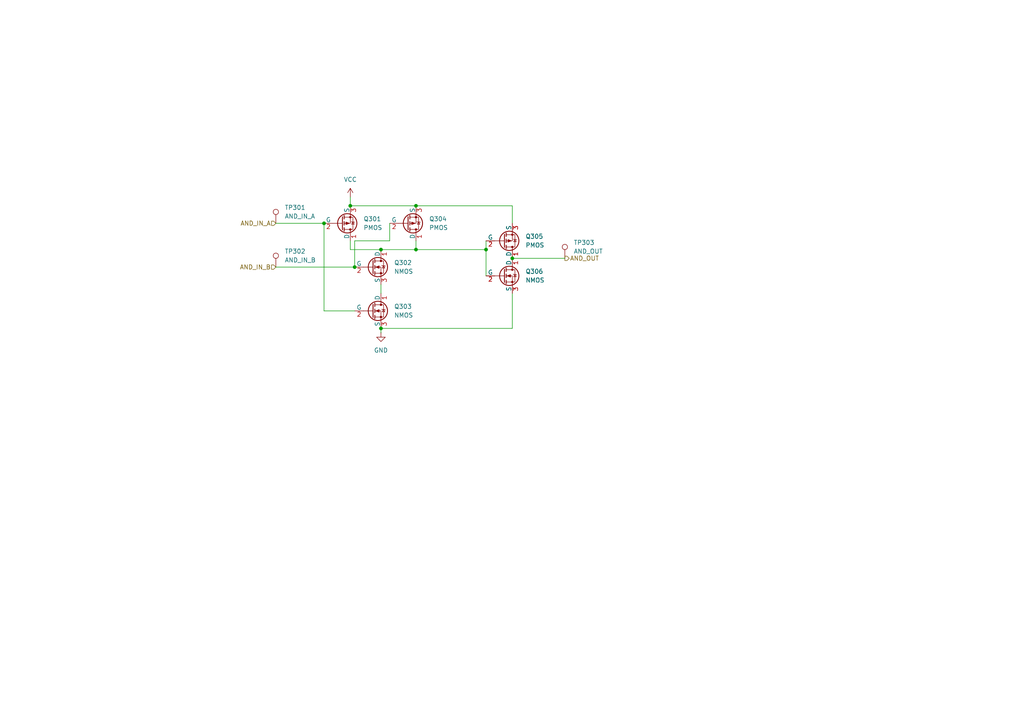
<source format=kicad_sch>
(kicad_sch (version 20250114) (generator "eeschema") (generator_version "9.0")
  (paper "A4")
  (lib_symbols
    (symbol "Connector:TestPoint" (pin_numbers (hide yes)) (pin_names (offset 0.762) (hide yes))
      (property "Reference" "TP" (at 0 6.858 0))
      (property "Value" "TestPoint" (at 0 5.08 0))
      (symbol "TestPoint_0_1"
        (circle (center 0 3.302) (radius 0.762))
      )
      (symbol "TestPoint_1_1"
        (pin passive line (at 0 0 90) (length 2.54) (name "1") (number "1"))
      )
    )
    (symbol "Simulation_SPICE:NMOS" (pin_names (offset 0))
      (property "Reference" "Q" (at 5.08 1.27 0))
      (property "Value" "NMOS" (at 5.08 -1.27 0))
      (symbol "NMOS_0_1"
        (polyline (pts (xy 0.254 1.905) (xy 0.254 -1.905)) (stroke (width 0.254)))
        (polyline (pts (xy 0.254 0) (xy -2.54 0)))
        (polyline (pts (xy 0.762 2.286) (xy 0.762 1.27)) (stroke (width 0.254)))
        (polyline (pts (xy 0.762 0.508) (xy 0.762 -0.508)) (stroke (width 0.254)))
        (polyline (pts (xy 0.762 -1.27) (xy 0.762 -2.286)) (stroke (width 0.254)))
        (polyline (pts (xy 0.762 -1.778) (xy 3.302 -1.778) (xy 3.302 1.778) (xy 0.762 1.778)))
        (polyline (pts (xy 1.016 0) (xy 2.032 0.381) (xy 2.032 -0.381) (xy 1.016 0)) (fill (type outline)))
        (circle (center 1.651 0) (radius 2.794) (stroke (width 0.254)))
        (polyline (pts (xy 2.54 2.54) (xy 2.54 1.778)))
        (circle (center 2.54 1.778) (radius 0.254) (fill (type outline)))
        (circle (center 2.54 -1.778) (radius 0.254) (fill (type outline)))
        (polyline (pts (xy 2.54 -2.54) (xy 2.54 0) (xy 0.762 0)))
        (polyline (pts (xy 2.794 0.508) (xy 2.921 0.381) (xy 3.683 0.381) (xy 3.81 0.254)))
        (polyline (pts (xy 3.302 0.381) (xy 2.921 -0.254) (xy 3.683 -0.254) (xy 3.302 0.381)))
      )
      (symbol "NMOS_1_1"
        (pin input line (at -5.08 0 0) (length 2.54) (name "G") (number "2"))
        (pin passive line (at 2.54 5.08 270) (length 2.54) (name "D") (number "1"))
        (pin passive line (at 2.54 -5.08 90) (length 2.54) (name "S") (number "3"))
      )
    )
    (symbol "Simulation_SPICE:PMOS" (pin_names (offset 0))
      (property "Reference" "Q" (at 5.08 1.27 0))
      (property "Value" "PMOS" (at 5.08 -1.27 0))
      (symbol "PMOS_0_1"
        (polyline (pts (xy 0.254 1.905) (xy 0.254 -1.905)) (stroke (width 0.254)))
        (polyline (pts (xy 0.254 0) (xy -2.54 0)))
        (polyline (pts (xy 0.762 2.286) (xy 0.762 1.27)) (stroke (width 0.254)))
        (polyline (pts (xy 0.762 1.778) (xy 3.302 1.778) (xy 3.302 -1.778) (xy 0.762 -1.778)))
        (polyline (pts (xy 0.762 0.508) (xy 0.762 -0.508)) (stroke (width 0.254)))
        (polyline (pts (xy 0.762 -1.27) (xy 0.762 -2.286)) (stroke (width 0.254)))
        (circle (center 1.651 0) (radius 2.794) (stroke (width 0.254)))
        (polyline (pts (xy 2.286 0) (xy 1.27 0.381) (xy 1.27 -0.381) (xy 2.286 0)) (fill (type outline)))
        (polyline (pts (xy 2.54 2.54) (xy 2.54 1.778)))
        (circle (center 2.54 1.778) (radius 0.254) (fill (type outline)))
        (circle (center 2.54 -1.778) (radius 0.254) (fill (type outline)))
        (polyline (pts (xy 2.54 -2.54) (xy 2.54 0) (xy 0.762 0)))
        (polyline (pts (xy 2.794 -0.508) (xy 2.921 -0.381) (xy 3.683 -0.381) (xy 3.81 -0.254)))
        (polyline (pts (xy 3.302 -0.381) (xy 2.921 0.254) (xy 3.683 0.254) (xy 3.302 -0.381)))
      )
      (symbol "PMOS_1_1"
        (pin input line (at -5.08 0 0) (length 2.54) (name "G") (number "2"))
        (pin passive line (at 2.54 5.08 270) (length 2.54) (name "D") (number "1"))
        (pin passive line (at 2.54 -5.08 90) (length 2.54) (name "S") (number "3"))
      )
    )
    (symbol "power:GND" (power) (pin_numbers (hide yes)) (pin_names (offset 0) (hide yes))
      (property "Value" "GND" (at 0 -3.81 0))
      (symbol "GND_0_1"
        (polyline (pts (xy 0 0) (xy 0 -1.27) (xy 1.27 -1.27) (xy 0 -2.54) (xy -1.27 -1.27) (xy 0 -1.27)))
      )
      (symbol "GND_1_1"
        (pin power_in line (at 0 0 270) (length 0) (name "~") (number "1"))
      )
    )
    (symbol "power:VCC" (power) (pin_numbers (hide yes)) (pin_names (offset 0) (hide yes))
      (property "Value" "VCC" (at 0 3.556 0))
      (symbol "VCC_0_1"
        (polyline (pts (xy -0.762 1.27) (xy 0 2.54)))
        (polyline (pts (xy 0 2.54) (xy 0.762 1.27)))
        (polyline (pts (xy 0 0) (xy 0 2.54)))
      )
      (symbol "VCC_1_1"
        (pin power_in line (at 0 0 90) (length 0) (name "~") (number "1"))
      )
    )
  )
  (junction (at 140.97 72.39))
  (junction (at 110.49 95.25))
  (junction (at 93.98 64.77))
  (junction (at 120.65 59.69))
  (junction (at 120.65 72.39))
  (junction (at 101.6 59.69))
  (junction (at 148.59 74.93))
  (junction (at 102.87 77.47))
  (junction (at 110.49 72.39))
  (wire (pts (xy 93.98 64.77) (xy 93.98 90.17)))
  (wire (pts (xy 101.6 57.15) (xy 101.6 59.69)))
  (wire (pts (xy 93.98 90.17) (xy 102.87 90.17)))
  (wire (pts (xy 80.01 64.77) (xy 93.98 64.77)))
  (wire (pts (xy 101.6 69.85) (xy 101.6 72.39)))
  (wire (pts (xy 148.59 95.25) (xy 148.59 85.09)))
  (wire (pts (xy 110.49 96.52) (xy 110.49 95.25)))
  (wire (pts (xy 140.97 69.85) (xy 140.97 72.39)))
  (wire (pts (xy 120.65 69.85) (xy 120.65 72.39)))
  (wire (pts (xy 140.97 72.39) (xy 140.97 80.01)))
  (wire (pts (xy 101.6 59.69) (xy 120.65 59.69)))
  (wire (pts (xy 113.03 64.77) (xy 113.03 69.85)))
  (wire (pts (xy 110.49 95.25) (xy 148.59 95.25)))
  (wire (pts (xy 120.65 72.39) (xy 140.97 72.39)))
  (wire (pts (xy 120.65 59.69) (xy 148.59 59.69)))
  (wire (pts (xy 101.6 72.39) (xy 110.49 72.39)))
  (wire (pts (xy 80.01 77.47) (xy 102.87 77.47)))
  (wire (pts (xy 110.49 82.55) (xy 110.49 85.09)))
  (wire (pts (xy 102.87 69.85) (xy 113.03 69.85)))
  (wire (pts (xy 148.59 59.69) (xy 148.59 64.77)))
  (wire (pts (xy 102.87 77.47) (xy 102.87 69.85)))
  (wire (pts (xy 148.59 74.93) (xy 163.83 74.93)))
  (wire (pts (xy 110.49 72.39) (xy 120.65 72.39)))
  (hierarchical_label "AND_IN_A" (shape input) (at 80.01 64.77 180))
  (hierarchical_label "AND_IN_B" (shape input) (at 80.01 77.47 180))
  (hierarchical_label "AND_OUT" (shape output) (at 163.83 74.93 0))
  (symbol (lib_id "Connector:TestPoint") (at 80.01 77.47 0) (unit 1) (exclude_from_sim yes)
    (property "Reference" "TP302" (at 82.55 72.8979 0) (effects (justify left)))
    (property "Value" "AND_IN_B" (at 82.55 75.4379 0) (effects (justify left)))
    (property "Footprint" "TestPoint:TestPoint_Pad_D2.0mm" (effects (hide yes)))
    (property "Description" "test point" (effects (hide yes)))
    (instances (project "8-bit-and" (path "" (reference "TP302") (unit 1)) (path "" (reference "TP?") (unit 1)) (path "" (reference "TP602") (unit 1)) (path "" (reference "TP402") (unit 1)) (path "" (reference "TP902") (unit 1)) (path "" (reference "TP802") (unit 1)) (path "" (reference "TP702") (unit 1)) (path "" (reference "TP502") (unit 1))) (project "8-bit-and" (path "" (reference "TP302") (unit 1)) (path "" (reference "TP302") (unit 1)) (path "" (reference "TP302") (unit 1)) (path "" (reference "TP302") (unit 1)) (path "" (reference "TP302") (unit 1)) (path "" (reference "TP302") (unit 1)) (path "" (reference "TP302") (unit 1)) (path "" (reference "TP302") (unit 1)) (path "" (reference "TP302") (unit 1)) (path "" (reference "TP302") (unit 1)) (path "" (reference "TP302") (unit 1)) (path "" (reference "TP302") (unit 1)) (path "" (reference "TP302") (unit 1)) (path "" (reference "TP302") (unit 1)) (path "" (reference "TP302") (unit 1)) (path "" (reference "TP302") (unit 1)) (path "" (reference "TP302") (unit 1)) (path "" (reference "TP302") (unit 1)) (path "" (reference "TP302") (unit 1)) (path "" (reference "TP302") (unit 1)) (path "" (reference "TP302") (unit 1)) (path "" (reference "TP302") (unit 1)) (path "" (reference "TP302") (unit 1)) (path "" (reference "TP302") (unit 1))) (project "8-bit-full-adder" (path "" (reference "TP?") (unit 1)) (path "" (reference "TP?") (unit 1)) (path "" (reference "TP?") (unit 1)) (path "" (reference "TP?") (unit 1)) (path "" (reference "TP?") (unit 1)) (path "" (reference "TP?") (unit 1)) (path "" (reference "TP?") (unit 1)) (path "" (reference "TP?") (unit 1)) (path "" (reference "TP?") (unit 1)) (path "" (reference "TP?") (unit 1)) (path "" (reference "TP?") (unit 1)) (path "" (reference "TP?") (unit 1)) (path "" (reference "TP?") (unit 1)) (path "" (reference "TP?") (unit 1)) (path "" (reference "TP?") (unit 1)) (path "" (reference "TP?") (unit 1))))
  )
  (symbol (lib_id "Simulation_SPICE:NMOS") (at 107.95 90.17 0) (unit 1)
    (property "Reference" "Q303" (at 114.3 88.8999 0) (effects (justify left)))
    (property "Value" "NMOS" (at 114.3 91.4399 0) (effects (justify left)))
    (property "Footprint" "Package_TO_SOT_THT:TO-92_Inline_Wide" (effects (hide yes)))
    (property "Datasheet" "https://ngspice.sourceforge.io/docs/ngspice-html-manual/manual.xhtml#cha_MOSFETs" (effects (hide yes)))
    (property "Description" "N-MOSFET transistor, drain/source/gate" (effects (hide yes)))
    (property "Sim.Device" "NMOS" (effects (hide yes)))
    (property "Sim.Type" "MOS1" (effects (hide yes)))
    (property "Sim.Pins" "1=D 2=G 3=S" (effects (hide yes)))
    (instances (project "8-bit-and" (path "" (reference "Q303") (unit 1)) (path "" (reference "Q?") (unit 1)) (path "" (reference "Q603") (unit 1)) (path "" (reference "Q403") (unit 1)) (path "" (reference "Q903") (unit 1)) (path "" (reference "Q803") (unit 1)) (path "" (reference "Q703") (unit 1)) (path "" (reference "Q503") (unit 1))) (project "8-bit-and" (path "" (reference "Q303") (unit 1)) (path "" (reference "Q303") (unit 1)) (path "" (reference "Q303") (unit 1)) (path "" (reference "Q303") (unit 1)) (path "" (reference "Q303") (unit 1)) (path "" (reference "Q303") (unit 1)) (path "" (reference "Q303") (unit 1)) (path "" (reference "Q303") (unit 1)) (path "" (reference "Q303") (unit 1)) (path "" (reference "Q303") (unit 1)) (path "" (reference "Q303") (unit 1)) (path "" (reference "Q303") (unit 1)) (path "" (reference "Q303") (unit 1)) (path "" (reference "Q303") (unit 1)) (path "" (reference "Q303") (unit 1)) (path "" (reference "Q303") (unit 1)) (path "" (reference "Q303") (unit 1)) (path "" (reference "Q303") (unit 1)) (path "" (reference "Q303") (unit 1)) (path "" (reference "Q303") (unit 1)) (path "" (reference "Q303") (unit 1)) (path "" (reference "Q303") (unit 1)) (path "" (reference "Q303") (unit 1)) (path "" (reference "Q303") (unit 1))) (project "8-bit-full-adder" (path "" (reference "Q?") (unit 1)) (path "" (reference "Q?") (unit 1)) (path "" (reference "Q?") (unit 1)) (path "" (reference "Q?") (unit 1)) (path "" (reference "Q?") (unit 1)) (path "" (reference "Q?") (unit 1)) (path "" (reference "Q?") (unit 1)) (path "" (reference "Q?") (unit 1)) (path "" (reference "Q?") (unit 1)) (path "" (reference "Q?") (unit 1)) (path "" (reference "Q?") (unit 1)) (path "" (reference "Q?") (unit 1)) (path "" (reference "Q?") (unit 1)) (path "" (reference "Q?") (unit 1)) (path "" (reference "Q?") (unit 1)) (path "" (reference "Q?") (unit 1))))
  )
  (symbol (lib_id "Connector:TestPoint") (at 163.83 74.93 0) (unit 1) (exclude_from_sim yes)
    (property "Reference" "TP303" (at 166.37 70.3579 0) (effects (justify left)))
    (property "Value" "AND_OUT" (at 166.37 72.8979 0) (effects (justify left)))
    (property "Footprint" "TestPoint:TestPoint_Pad_D2.0mm" (effects (hide yes)))
    (property "Description" "test point" (effects (hide yes)))
    (instances (project "8-bit-and" (path "" (reference "TP303") (unit 1)) (path "" (reference "TP?") (unit 1)) (path "" (reference "TP603") (unit 1)) (path "" (reference "TP403") (unit 1)) (path "" (reference "TP903") (unit 1)) (path "" (reference "TP803") (unit 1)) (path "" (reference "TP703") (unit 1)) (path "" (reference "TP503") (unit 1))) (project "8-bit-and" (path "" (reference "TP303") (unit 1)) (path "" (reference "TP303") (unit 1)) (path "" (reference "TP303") (unit 1)) (path "" (reference "TP303") (unit 1)) (path "" (reference "TP303") (unit 1)) (path "" (reference "TP303") (unit 1)) (path "" (reference "TP303") (unit 1)) (path "" (reference "TP303") (unit 1)) (path "" (reference "TP303") (unit 1)) (path "" (reference "TP303") (unit 1)) (path "" (reference "TP303") (unit 1)) (path "" (reference "TP303") (unit 1)) (path "" (reference "TP303") (unit 1)) (path "" (reference "TP303") (unit 1)) (path "" (reference "TP303") (unit 1)) (path "" (reference "TP303") (unit 1)) (path "" (reference "TP303") (unit 1)) (path "" (reference "TP303") (unit 1)) (path "" (reference "TP303") (unit 1)) (path "" (reference "TP303") (unit 1)) (path "" (reference "TP303") (unit 1)) (path "" (reference "TP303") (unit 1)) (path "" (reference "TP303") (unit 1)) (path "" (reference "TP303") (unit 1))) (project "8-bit-full-adder" (path "" (reference "TP?") (unit 1)) (path "" (reference "TP?") (unit 1)) (path "" (reference "TP?") (unit 1)) (path "" (reference "TP?") (unit 1)) (path "" (reference "TP?") (unit 1)) (path "" (reference "TP?") (unit 1)) (path "" (reference "TP?") (unit 1)) (path "" (reference "TP?") (unit 1)) (path "" (reference "TP?") (unit 1)) (path "" (reference "TP?") (unit 1)) (path "" (reference "TP?") (unit 1)) (path "" (reference "TP?") (unit 1)) (path "" (reference "TP?") (unit 1)) (path "" (reference "TP?") (unit 1)) (path "" (reference "TP?") (unit 1)) (path "" (reference "TP?") (unit 1))))
  )
  (symbol (lib_id "power:VCC") (at 101.6 57.15 0) (unit 1)
    (property "Reference" "#PWR0301" (effects (hide yes)))
    (property "Value" "VCC" (at 101.6 52.07 0))
    (property "Description" "Power symbol creates a global label with name \"VCC\"" (effects (hide yes)))
    (instances (project "8-bit-and" (path "" (reference "#PWR0301") (unit 1)) (path "" (reference "#PWR?") (unit 1)) (path "" (reference "#PWR0601") (unit 1)) (path "" (reference "#PWR0401") (unit 1)) (path "" (reference "#PWR0901") (unit 1)) (path "" (reference "#PWR0801") (unit 1)) (path "" (reference "#PWR0701") (unit 1)) (path "" (reference "#PWR0501") (unit 1))) (project "8-bit-and" (path "" (reference "#PWR0301") (unit 1)) (path "" (reference "#PWR0301") (unit 1)) (path "" (reference "#PWR0301") (unit 1)) (path "" (reference "#PWR0301") (unit 1)) (path "" (reference "#PWR0301") (unit 1)) (path "" (reference "#PWR0301") (unit 1)) (path "" (reference "#PWR0301") (unit 1)) (path "" (reference "#PWR0301") (unit 1)) (path "" (reference "#PWR0301") (unit 1)) (path "" (reference "#PWR0301") (unit 1)) (path "" (reference "#PWR0301") (unit 1)) (path "" (reference "#PWR0301") (unit 1)) (path "" (reference "#PWR0301") (unit 1)) (path "" (reference "#PWR0301") (unit 1)) (path "" (reference "#PWR0301") (unit 1)) (path "" (reference "#PWR0301") (unit 1)) (path "" (reference "#PWR0301") (unit 1)) (path "" (reference "#PWR0301") (unit 1)) (path "" (reference "#PWR0301") (unit 1)) (path "" (reference "#PWR0301") (unit 1)) (path "" (reference "#PWR0301") (unit 1)) (path "" (reference "#PWR0301") (unit 1)) (path "" (reference "#PWR0301") (unit 1)) (path "" (reference "#PWR0301") (unit 1))) (project "8-bit-full-adder" (path "" (reference "#PWR?") (unit 1)) (path "" (reference "#PWR?") (unit 1)) (path "" (reference "#PWR?") (unit 1)) (path "" (reference "#PWR?") (unit 1)) (path "" (reference "#PWR?") (unit 1)) (path "" (reference "#PWR?") (unit 1)) (path "" (reference "#PWR?") (unit 1)) (path "" (reference "#PWR?") (unit 1)) (path "" (reference "#PWR?") (unit 1)) (path "" (reference "#PWR?") (unit 1)) (path "" (reference "#PWR?") (unit 1)) (path "" (reference "#PWR?") (unit 1)) (path "" (reference "#PWR?") (unit 1)) (path "" (reference "#PWR?") (unit 1)) (path "" (reference "#PWR?") (unit 1)) (path "" (reference "#PWR?") (unit 1))))
  )
  (symbol (lib_id "Simulation_SPICE:NMOS") (at 146.05 80.01 0) (unit 1)
    (property "Reference" "Q306" (at 152.4 78.7399 0) (effects (justify left)))
    (property "Value" "NMOS" (at 152.4 81.2799 0) (effects (justify left)))
    (property "Footprint" "Package_TO_SOT_THT:TO-92_Inline_Wide" (effects (hide yes)))
    (property "Datasheet" "https://ngspice.sourceforge.io/docs/ngspice-html-manual/manual.xhtml#cha_MOSFETs" (effects (hide yes)))
    (property "Description" "N-MOSFET transistor, drain/source/gate" (effects (hide yes)))
    (property "Sim.Device" "NMOS" (effects (hide yes)))
    (property "Sim.Type" "MOS1" (effects (hide yes)))
    (property "Sim.Pins" "1=D 2=G 3=S" (effects (hide yes)))
    (instances (project "8-bit-and" (path "" (reference "Q306") (unit 1)) (path "" (reference "Q?") (unit 1)) (path "" (reference "Q606") (unit 1)) (path "" (reference "Q406") (unit 1)) (path "" (reference "Q906") (unit 1)) (path "" (reference "Q806") (unit 1)) (path "" (reference "Q706") (unit 1)) (path "" (reference "Q506") (unit 1))) (project "8-bit-and" (path "" (reference "Q306") (unit 1)) (path "" (reference "Q306") (unit 1)) (path "" (reference "Q306") (unit 1)) (path "" (reference "Q306") (unit 1)) (path "" (reference "Q306") (unit 1)) (path "" (reference "Q306") (unit 1)) (path "" (reference "Q306") (unit 1)) (path "" (reference "Q306") (unit 1)) (path "" (reference "Q306") (unit 1)) (path "" (reference "Q306") (unit 1)) (path "" (reference "Q306") (unit 1)) (path "" (reference "Q306") (unit 1)) (path "" (reference "Q306") (unit 1)) (path "" (reference "Q306") (unit 1)) (path "" (reference "Q306") (unit 1)) (path "" (reference "Q306") (unit 1)) (path "" (reference "Q306") (unit 1)) (path "" (reference "Q306") (unit 1)) (path "" (reference "Q306") (unit 1)) (path "" (reference "Q306") (unit 1)) (path "" (reference "Q306") (unit 1)) (path "" (reference "Q306") (unit 1)) (path "" (reference "Q306") (unit 1)) (path "" (reference "Q306") (unit 1))) (project "8-bit-full-adder" (path "" (reference "Q?") (unit 1)) (path "" (reference "Q?") (unit 1)) (path "" (reference "Q?") (unit 1)) (path "" (reference "Q?") (unit 1)) (path "" (reference "Q?") (unit 1)) (path "" (reference "Q?") (unit 1)) (path "" (reference "Q?") (unit 1)) (path "" (reference "Q?") (unit 1)) (path "" (reference "Q?") (unit 1)) (path "" (reference "Q?") (unit 1)) (path "" (reference "Q?") (unit 1)) (path "" (reference "Q?") (unit 1)) (path "" (reference "Q?") (unit 1)) (path "" (reference "Q?") (unit 1)) (path "" (reference "Q?") (unit 1)) (path "" (reference "Q?") (unit 1))))
  )
  (symbol (lib_id "Simulation_SPICE:NMOS") (at 107.95 77.47 0) (unit 1)
    (property "Reference" "Q302" (at 114.3 76.1999 0) (effects (justify left)))
    (property "Value" "NMOS" (at 114.3 78.7399 0) (effects (justify left)))
    (property "Footprint" "Package_TO_SOT_THT:TO-92_Inline_Wide" (effects (hide yes)))
    (property "Datasheet" "https://ngspice.sourceforge.io/docs/ngspice-html-manual/manual.xhtml#cha_MOSFETs" (effects (hide yes)))
    (property "Description" "N-MOSFET transistor, drain/source/gate" (effects (hide yes)))
    (property "Sim.Device" "NMOS" (effects (hide yes)))
    (property "Sim.Type" "MOS1" (effects (hide yes)))
    (property "Sim.Pins" "1=D 2=G 3=S" (effects (hide yes)))
    (instances (project "8-bit-and" (path "" (reference "Q302") (unit 1)) (path "" (reference "Q?") (unit 1)) (path "" (reference "Q602") (unit 1)) (path "" (reference "Q402") (unit 1)) (path "" (reference "Q902") (unit 1)) (path "" (reference "Q802") (unit 1)) (path "" (reference "Q702") (unit 1)) (path "" (reference "Q502") (unit 1))) (project "8-bit-and" (path "" (reference "Q302") (unit 1)) (path "" (reference "Q302") (unit 1)) (path "" (reference "Q302") (unit 1)) (path "" (reference "Q302") (unit 1)) (path "" (reference "Q302") (unit 1)) (path "" (reference "Q302") (unit 1)) (path "" (reference "Q302") (unit 1)) (path "" (reference "Q302") (unit 1)) (path "" (reference "Q302") (unit 1)) (path "" (reference "Q302") (unit 1)) (path "" (reference "Q302") (unit 1)) (path "" (reference "Q302") (unit 1)) (path "" (reference "Q302") (unit 1)) (path "" (reference "Q302") (unit 1)) (path "" (reference "Q302") (unit 1)) (path "" (reference "Q302") (unit 1)) (path "" (reference "Q302") (unit 1)) (path "" (reference "Q302") (unit 1)) (path "" (reference "Q302") (unit 1)) (path "" (reference "Q302") (unit 1)) (path "" (reference "Q302") (unit 1)) (path "" (reference "Q302") (unit 1)) (path "" (reference "Q302") (unit 1)) (path "" (reference "Q302") (unit 1))) (project "8-bit-full-adder" (path "" (reference "Q?") (unit 1)) (path "" (reference "Q?") (unit 1)) (path "" (reference "Q?") (unit 1)) (path "" (reference "Q?") (unit 1)) (path "" (reference "Q?") (unit 1)) (path "" (reference "Q?") (unit 1)) (path "" (reference "Q?") (unit 1)) (path "" (reference "Q?") (unit 1)) (path "" (reference "Q?") (unit 1)) (path "" (reference "Q?") (unit 1)) (path "" (reference "Q?") (unit 1)) (path "" (reference "Q?") (unit 1)) (path "" (reference "Q?") (unit 1)) (path "" (reference "Q?") (unit 1)) (path "" (reference "Q?") (unit 1)) (path "" (reference "Q?") (unit 1))))
  )
  (symbol (lib_id "Simulation_SPICE:PMOS") (at 118.11 64.77 0) (mirror x) (unit 1)
    (property "Reference" "Q304" (at 124.46 63.4999 0) (effects (justify left)))
    (property "Value" "PMOS" (at 124.46 66.0399 0) (effects (justify left)))
    (property "Footprint" "Package_TO_SOT_THT:TO-92_Inline_Wide" (effects (hide yes)))
    (property "Datasheet" "https://ngspice.sourceforge.io/docs/ngspice-html-manual/manual.xhtml#cha_MOSFETs" (effects (hide yes)))
    (property "Description" "P-MOSFET transistor, drain/source/gate" (effects (hide yes)))
    (property "Sim.Device" "PMOS" (effects (hide yes)))
    (property "Sim.Type" "MOS1" (effects (hide yes)))
    (property "Sim.Pins" "1=D 2=G 3=S" (effects (hide yes)))
    (instances (project "8-bit-and" (path "" (reference "Q304") (unit 1)) (path "" (reference "Q?") (unit 1)) (path "" (reference "Q604") (unit 1)) (path "" (reference "Q404") (unit 1)) (path "" (reference "Q904") (unit 1)) (path "" (reference "Q804") (unit 1)) (path "" (reference "Q704") (unit 1)) (path "" (reference "Q504") (unit 1))) (project "8-bit-and" (path "" (reference "Q304") (unit 1)) (path "" (reference "Q304") (unit 1)) (path "" (reference "Q304") (unit 1)) (path "" (reference "Q304") (unit 1)) (path "" (reference "Q304") (unit 1)) (path "" (reference "Q304") (unit 1)) (path "" (reference "Q304") (unit 1)) (path "" (reference "Q304") (unit 1)) (path "" (reference "Q304") (unit 1)) (path "" (reference "Q304") (unit 1)) (path "" (reference "Q304") (unit 1)) (path "" (reference "Q304") (unit 1)) (path "" (reference "Q304") (unit 1)) (path "" (reference "Q304") (unit 1)) (path "" (reference "Q304") (unit 1)) (path "" (reference "Q304") (unit 1)) (path "" (reference "Q304") (unit 1)) (path "" (reference "Q304") (unit 1)) (path "" (reference "Q304") (unit 1)) (path "" (reference "Q304") (unit 1)) (path "" (reference "Q304") (unit 1)) (path "" (reference "Q304") (unit 1)) (path "" (reference "Q304") (unit 1)) (path "" (reference "Q304") (unit 1))) (project "8-bit-full-adder" (path "" (reference "Q?") (unit 1)) (path "" (reference "Q?") (unit 1)) (path "" (reference "Q?") (unit 1)) (path "" (reference "Q?") (unit 1)) (path "" (reference "Q?") (unit 1)) (path "" (reference "Q?") (unit 1)) (path "" (reference "Q?") (unit 1)) (path "" (reference "Q?") (unit 1)) (path "" (reference "Q?") (unit 1)) (path "" (reference "Q?") (unit 1)) (path "" (reference "Q?") (unit 1)) (path "" (reference "Q?") (unit 1)) (path "" (reference "Q?") (unit 1)) (path "" (reference "Q?") (unit 1)) (path "" (reference "Q?") (unit 1)) (path "" (reference "Q?") (unit 1))))
  )
  (symbol (lib_id "power:GND") (at 110.49 96.52 0) (unit 1)
    (property "Reference" "#PWR0302" (effects (hide yes)))
    (property "Value" "GND" (at 110.49 101.6 0))
    (property "Description" "Power symbol creates a global label with name \"GND\" , ground" (effects (hide yes)))
    (instances (project "8-bit-and" (path "" (reference "#PWR0302") (unit 1)) (path "" (reference "#PWR?") (unit 1)) (path "" (reference "#PWR0602") (unit 1)) (path "" (reference "#PWR0402") (unit 1)) (path "" (reference "#PWR0902") (unit 1)) (path "" (reference "#PWR0802") (unit 1)) (path "" (reference "#PWR0702") (unit 1)) (path "" (reference "#PWR0502") (unit 1))) (project "8-bit-and" (path "" (reference "#PWR0302") (unit 1)) (path "" (reference "#PWR0302") (unit 1)) (path "" (reference "#PWR0302") (unit 1)) (path "" (reference "#PWR0302") (unit 1)) (path "" (reference "#PWR0302") (unit 1)) (path "" (reference "#PWR0302") (unit 1)) (path "" (reference "#PWR0302") (unit 1)) (path "" (reference "#PWR0302") (unit 1)) (path "" (reference "#PWR0302") (unit 1)) (path "" (reference "#PWR0302") (unit 1)) (path "" (reference "#PWR0302") (unit 1)) (path "" (reference "#PWR0302") (unit 1)) (path "" (reference "#PWR0302") (unit 1)) (path "" (reference "#PWR0302") (unit 1)) (path "" (reference "#PWR0302") (unit 1)) (path "" (reference "#PWR0302") (unit 1)) (path "" (reference "#PWR0302") (unit 1)) (path "" (reference "#PWR0302") (unit 1)) (path "" (reference "#PWR0302") (unit 1)) (path "" (reference "#PWR0302") (unit 1)) (path "" (reference "#PWR0302") (unit 1)) (path "" (reference "#PWR0302") (unit 1)) (path "" (reference "#PWR0302") (unit 1)) (path "" (reference "#PWR0302") (unit 1))) (project "8-bit-full-adder" (path "" (reference "#PWR?") (unit 1)) (path "" (reference "#PWR?") (unit 1)) (path "" (reference "#PWR?") (unit 1)) (path "" (reference "#PWR?") (unit 1)) (path "" (reference "#PWR?") (unit 1)) (path "" (reference "#PWR?") (unit 1)) (path "" (reference "#PWR?") (unit 1)) (path "" (reference "#PWR?") (unit 1)) (path "" (reference "#PWR?") (unit 1)) (path "" (reference "#PWR?") (unit 1)) (path "" (reference "#PWR?") (unit 1)) (path "" (reference "#PWR?") (unit 1)) (path "" (reference "#PWR?") (unit 1)) (path "" (reference "#PWR?") (unit 1)) (path "" (reference "#PWR?") (unit 1)) (path "" (reference "#PWR?") (unit 1))))
  )
  (symbol (lib_id "Connector:TestPoint") (at 80.01 64.77 0) (unit 1) (exclude_from_sim yes)
    (property "Reference" "TP301" (at 82.55 60.1979 0) (effects (justify left)))
    (property "Value" "AND_IN_A" (at 82.55 62.7379 0) (effects (justify left)))
    (property "Footprint" "TestPoint:TestPoint_Pad_D2.0mm" (effects (hide yes)))
    (property "Description" "test point" (effects (hide yes)))
    (instances (project "8-bit-and" (path "" (reference "TP301") (unit 1)) (path "" (reference "TP?") (unit 1)) (path "" (reference "TP601") (unit 1)) (path "" (reference "TP401") (unit 1)) (path "" (reference "TP901") (unit 1)) (path "" (reference "TP801") (unit 1)) (path "" (reference "TP701") (unit 1)) (path "" (reference "TP501") (unit 1))) (project "8-bit-and" (path "" (reference "TP301") (unit 1)) (path "" (reference "TP301") (unit 1)) (path "" (reference "TP301") (unit 1)) (path "" (reference "TP301") (unit 1)) (path "" (reference "TP301") (unit 1)) (path "" (reference "TP301") (unit 1)) (path "" (reference "TP301") (unit 1)) (path "" (reference "TP301") (unit 1)) (path "" (reference "TP301") (unit 1)) (path "" (reference "TP301") (unit 1)) (path "" (reference "TP301") (unit 1)) (path "" (reference "TP301") (unit 1)) (path "" (reference "TP301") (unit 1)) (path "" (reference "TP301") (unit 1)) (path "" (reference "TP301") (unit 1)) (path "" (reference "TP301") (unit 1)) (path "" (reference "TP301") (unit 1)) (path "" (reference "TP301") (unit 1)) (path "" (reference "TP301") (unit 1)) (path "" (reference "TP301") (unit 1)) (path "" (reference "TP301") (unit 1)) (path "" (reference "TP301") (unit 1)) (path "" (reference "TP301") (unit 1)) (path "" (reference "TP301") (unit 1))) (project "8-bit-full-adder" (path "" (reference "TP?") (unit 1)) (path "" (reference "TP?") (unit 1)) (path "" (reference "TP?") (unit 1)) (path "" (reference "TP?") (unit 1)) (path "" (reference "TP?") (unit 1)) (path "" (reference "TP?") (unit 1)) (path "" (reference "TP?") (unit 1)) (path "" (reference "TP?") (unit 1)) (path "" (reference "TP?") (unit 1)) (path "" (reference "TP?") (unit 1)) (path "" (reference "TP?") (unit 1)) (path "" (reference "TP?") (unit 1)) (path "" (reference "TP?") (unit 1)) (path "" (reference "TP?") (unit 1)) (path "" (reference "TP?") (unit 1)) (path "" (reference "TP?") (unit 1))))
  )
  (symbol (lib_id "Simulation_SPICE:PMOS") (at 146.05 69.85 0) (mirror x) (unit 1)
    (property "Reference" "Q305" (at 152.4 68.5799 0) (effects (justify left)))
    (property "Value" "PMOS" (at 152.4 71.1199 0) (effects (justify left)))
    (property "Footprint" "Package_TO_SOT_THT:TO-92_Inline_Wide" (effects (hide yes)))
    (property "Datasheet" "https://ngspice.sourceforge.io/docs/ngspice-html-manual/manual.xhtml#cha_MOSFETs" (effects (hide yes)))
    (property "Description" "P-MOSFET transistor, drain/source/gate" (effects (hide yes)))
    (property "Sim.Device" "PMOS" (effects (hide yes)))
    (property "Sim.Type" "MOS1" (effects (hide yes)))
    (property "Sim.Pins" "1=D 2=G 3=S" (effects (hide yes)))
    (instances (project "8-bit-and" (path "" (reference "Q305") (unit 1)) (path "" (reference "Q?") (unit 1)) (path "" (reference "Q605") (unit 1)) (path "" (reference "Q405") (unit 1)) (path "" (reference "Q905") (unit 1)) (path "" (reference "Q805") (unit 1)) (path "" (reference "Q705") (unit 1)) (path "" (reference "Q505") (unit 1))) (project "8-bit-and" (path "" (reference "Q305") (unit 1)) (path "" (reference "Q305") (unit 1)) (path "" (reference "Q305") (unit 1)) (path "" (reference "Q305") (unit 1)) (path "" (reference "Q305") (unit 1)) (path "" (reference "Q305") (unit 1)) (path "" (reference "Q305") (unit 1)) (path "" (reference "Q305") (unit 1)) (path "" (reference "Q305") (unit 1)) (path "" (reference "Q305") (unit 1)) (path "" (reference "Q305") (unit 1)) (path "" (reference "Q305") (unit 1)) (path "" (reference "Q305") (unit 1)) (path "" (reference "Q305") (unit 1)) (path "" (reference "Q305") (unit 1)) (path "" (reference "Q305") (unit 1)) (path "" (reference "Q305") (unit 1)) (path "" (reference "Q305") (unit 1)) (path "" (reference "Q305") (unit 1)) (path "" (reference "Q305") (unit 1)) (path "" (reference "Q305") (unit 1)) (path "" (reference "Q305") (unit 1)) (path "" (reference "Q305") (unit 1)) (path "" (reference "Q305") (unit 1))) (project "8-bit-full-adder" (path "" (reference "Q?") (unit 1)) (path "" (reference "Q?") (unit 1)) (path "" (reference "Q?") (unit 1)) (path "" (reference "Q?") (unit 1)) (path "" (reference "Q?") (unit 1)) (path "" (reference "Q?") (unit 1)) (path "" (reference "Q?") (unit 1)) (path "" (reference "Q?") (unit 1)) (path "" (reference "Q?") (unit 1)) (path "" (reference "Q?") (unit 1)) (path "" (reference "Q?") (unit 1)) (path "" (reference "Q?") (unit 1)) (path "" (reference "Q?") (unit 1)) (path "" (reference "Q?") (unit 1)) (path "" (reference "Q?") (unit 1)) (path "" (reference "Q?") (unit 1))))
  )
  (symbol (lib_id "Simulation_SPICE:PMOS") (at 99.06 64.77 0) (mirror x) (unit 1)
    (property "Reference" "Q301" (at 105.41 63.4999 0) (effects (justify left)))
    (property "Value" "PMOS" (at 105.41 66.0399 0) (effects (justify left)))
    (property "Footprint" "Package_TO_SOT_THT:TO-92_Inline_Wide" (effects (hide yes)))
    (property "Datasheet" "https://ngspice.sourceforge.io/docs/ngspice-html-manual/manual.xhtml#cha_MOSFETs" (effects (hide yes)))
    (property "Description" "P-MOSFET transistor, drain/source/gate" (effects (hide yes)))
    (property "Sim.Device" "PMOS" (effects (hide yes)))
    (property "Sim.Type" "MOS1" (effects (hide yes)))
    (property "Sim.Pins" "1=D 2=G 3=S" (effects (hide yes)))
    (instances (project "8-bit-and" (path "" (reference "Q301") (unit 1)) (path "" (reference "Q?") (unit 1)) (path "" (reference "Q601") (unit 1)) (path "" (reference "Q401") (unit 1)) (path "" (reference "Q901") (unit 1)) (path "" (reference "Q801") (unit 1)) (path "" (reference "Q701") (unit 1)) (path "" (reference "Q501") (unit 1))) (project "8-bit-and" (path "" (reference "Q301") (unit 1)) (path "" (reference "Q301") (unit 1)) (path "" (reference "Q301") (unit 1)) (path "" (reference "Q301") (unit 1)) (path "" (reference "Q301") (unit 1)) (path "" (reference "Q301") (unit 1)) (path "" (reference "Q301") (unit 1)) (path "" (reference "Q301") (unit 1)) (path "" (reference "Q301") (unit 1)) (path "" (reference "Q301") (unit 1)) (path "" (reference "Q301") (unit 1)) (path "" (reference "Q301") (unit 1)) (path "" (reference "Q301") (unit 1)) (path "" (reference "Q301") (unit 1)) (path "" (reference "Q301") (unit 1)) (path "" (reference "Q301") (unit 1)) (path "" (reference "Q301") (unit 1)) (path "" (reference "Q301") (unit 1)) (path "" (reference "Q301") (unit 1)) (path "" (reference "Q301") (unit 1)) (path "" (reference "Q301") (unit 1)) (path "" (reference "Q301") (unit 1)) (path "" (reference "Q301") (unit 1)) (path "" (reference "Q301") (unit 1))) (project "8-bit-full-adder" (path "" (reference "Q?") (unit 1)) (path "" (reference "Q?") (unit 1)) (path "" (reference "Q?") (unit 1)) (path "" (reference "Q?") (unit 1)) (path "" (reference "Q?") (unit 1)) (path "" (reference "Q?") (unit 1)) (path "" (reference "Q?") (unit 1)) (path "" (reference "Q?") (unit 1)) (path "" (reference "Q?") (unit 1)) (path "" (reference "Q?") (unit 1)) (path "" (reference "Q?") (unit 1)) (path "" (reference "Q?") (unit 1)) (path "" (reference "Q?") (unit 1)) (path "" (reference "Q?") (unit 1)) (path "" (reference "Q?") (unit 1)) (path "" (reference "Q?") (unit 1))))
  )
)
</source>
